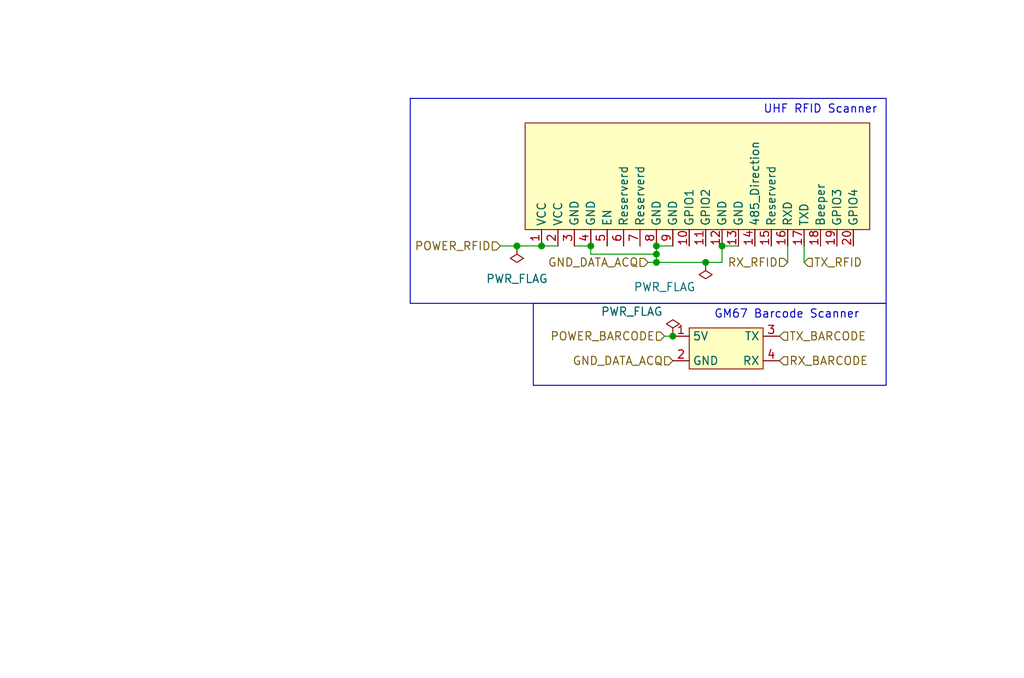
<source format=kicad_sch>
(kicad_sch (version 20230121) (generator eeschema)
  (paper "User" 158.496 105.004)
  (title_block (title "Subsistem Data Acquisition") (date "2024-03-05") (rev "2.1") (company "Institut Teknologi Bandung") (comment 1 "Bostang Palaguna") (comment 2 "Designed By:"))
  (lib_symbols
    (symbol "WMS_components:GM67_Barcode_Scanner"
      (property "Reference" "U" (at 0 5.08 0))
      (symbol "GM67_Barcode_Scanner_1_1"
        (rectangle (start -6.35 3.81) (end 5.08 -2.54) (fill (type background)))
        (pin power_in line (at -8.89 2.54 0) (length 2.54) (name "5V") (number "1"))
        (pin power_in line (at -8.89 -1.27 0) (length 2.54) (name "GND") (number "2"))
        (pin output line (at 7.62 2.54 180) (length 2.54) (name "TX") (number "3"))
        (pin input line (at 7.62 -1.27 180) (length 2.54) (name "RX") (number "4"))
      )
    )
    (symbol "WMS_components:YR903_RFID_module"
      (property "Reference" "U" (at -6.35 30.48 0))
      (symbol "YR903_RFID_module_0_1"
        (rectangle (start -7.62 29.21) (end 8.89 -24.13) (fill (type background)))
      )
      (symbol "YR903_RFID_module_1_1"
        (pin power_out line (at -10.16 26.67 0) (length 2.54) (name "VCC") (number "1"))
        (pin bidirectional line (at -10.16 3.81 0) (length 2.54) (name "GPIO1") (number "10"))
        (pin bidirectional line (at -10.16 1.27 0) (length 2.54) (name "GPIO2") (number "11"))
        (pin power_in line (at -10.16 -1.27 0) (length 2.54) (name "GND") (number "12"))
        (pin power_in line (at -10.16 -3.81 0) (length 2.54) (name "GND") (number "13"))
        (pin power_in line (at -10.16 -6.35 0) (length 2.54) (name "485_Direction") (number "14"))
        (pin bidirectional line (at -10.16 -8.89 0) (length 2.54) (name "Reserverd") (number "15"))
        (pin bidirectional line (at -10.16 -11.43 0) (length 2.54) (name "RXD") (number "16"))
        (pin bidirectional line (at -10.16 -13.97 0) (length 2.54) (name "TXD") (number "17"))
        (pin bidirectional line (at -10.16 -16.51 0) (length 2.54) (name "Beeper") (number "18"))
        (pin bidirectional line (at -10.16 -19.05 0) (length 2.54) (name "GPIO3") (number "19"))
        (pin power_out line (at -10.16 24.13 0) (length 2.54) (name "VCC") (number "2"))
        (pin bidirectional line (at -10.16 -21.59 0) (length 2.54) (name "GPIO4") (number "20"))
        (pin power_in line (at -10.16 21.59 0) (length 2.54) (name "GND") (number "3"))
        (pin power_in line (at -10.16 19.05 0) (length 2.54) (name "GND") (number "4"))
        (pin bidirectional line (at -10.16 16.51 0) (length 2.54) (name "EN") (number "5"))
        (pin bidirectional line (at -10.16 13.97 0) (length 2.54) (name "Reserverd") (number "6"))
        (pin bidirectional line (at -10.16 11.43 0) (length 2.54) (name "Reserverd") (number "7"))
        (pin power_in line (at -10.16 8.89 0) (length 2.54) (name "GND") (number "8"))
        (pin power_in line (at -10.16 6.35 0) (length 2.54) (name "GND") (number "9"))
      )
    )
    (symbol "power:PWR_FLAG" (power) (pin_numbers hide) (pin_names (offset 0) hide)
      (property "Value" "PWR_FLAG" (at 0 3.81 0))
      (symbol "PWR_FLAG_0_0"
        (pin power_out line (at 0 0 90) (length 0) (name "pwr") (number "1"))
      )
      (symbol "PWR_FLAG_0_1"
        (polyline (pts (xy 0 0) (xy 0 1.27) (xy -1.016 1.905) (xy 0 2.54) (xy 1.016 1.905) (xy 0 1.27)))
      )
    )
  )
  (junction (at 91.44 38.1))
  (junction (at 104.14 52.07))
  (junction (at 111.76 38.1))
  (junction (at 101.6 40.64))
  (junction (at 80.01 38.1))
  (junction (at 83.82 38.1))
  (junction (at 109.22 40.64))
  (junction (at 101.6 38.1))
  (junction (at 101.6 39.37))
  (wire (pts (xy 111.76 38.1) (xy 111.76 40.64)))
  (wire (pts (xy 83.82 38.1) (xy 80.01 38.1)))
  (wire (pts (xy 121.92 40.64) (xy 121.92 38.1)))
  (wire (pts (xy 91.44 39.37) (xy 101.6 39.37)))
  (wire (pts (xy 88.9 38.1) (xy 91.44 38.1)))
  (wire (pts (xy 101.6 38.1) (xy 101.6 39.37)))
  (wire (pts (xy 102.87 52.07) (xy 104.14 52.07)))
  (wire (pts (xy 124.46 40.64) (xy 124.46 38.1)))
  (wire (pts (xy 109.22 40.64) (xy 111.76 40.64)))
  (wire (pts (xy 80.01 38.1) (xy 77.47 38.1)))
  (wire (pts (xy 100.33 40.64) (xy 101.6 40.64)))
  (wire (pts (xy 114.3 38.1) (xy 111.76 38.1)))
  (wire (pts (xy 91.44 38.1) (xy 91.44 39.37)))
  (wire (pts (xy 101.6 39.37) (xy 101.6 40.64)))
  (wire (pts (xy 101.6 38.1) (xy 104.14 38.1)))
  (wire (pts (xy 101.6 40.64) (xy 109.22 40.64)))
  (wire (pts (xy 86.36 38.1) (xy 83.82 38.1)))
  (rectangle (start 63.5 15.24) (end 137.16 46.99))
  (rectangle (start 82.55 46.99) (end 137.16 59.69))
  (text "UHF RFID Scanner" (at 118.11 17.78 0) (effects (font (size 1.27 1.27)) (justify left bottom)))
  (text "GM67 Barcode Scanner" (at 110.49 49.53 0) (effects (font (size 1.27 1.27)) (justify left bottom)))
  (hierarchical_label "TX_BARCODE" (shape input) (at 120.65 52.07 0))
  (hierarchical_label "RX_BARCODE" (shape input) (at 120.65 55.88 0))
  (hierarchical_label "GND_DATA_ACQ" (shape input) (at 104.14 55.88 180))
  (hierarchical_label "POWER_RFID" (shape input) (at 77.47 38.1 180))
  (hierarchical_label "GND_DATA_ACQ" (shape input) (at 100.33 40.64 180))
  (hierarchical_label "RX_RFID" (shape input) (at 121.92 40.64 180))
  (hierarchical_label "TX_RFID" (shape input) (at 124.46 40.64 0))
  (hierarchical_label "POWER_BARCODE" (shape input) (at 102.87 52.07 180))
  (symbol (lib_id "WMS_components:GM67_Barcode_Scanner") (at 113.03 54.61 0) (unit 1)
    (property "Reference" "U4" (effects hide))
    (property "Footprint" "WMS_components:GM67_Barcode_Scanner" (effects hide))
  )
  (symbol (lib_id "power:PWR_FLAG") (at 109.22 40.64 180) (unit 1)
    (property "Reference" "#FLG07" (effects hide))
    (property "Value" "PWR_FLAG" (at 102.87 44.45 0))
  )
  (symbol (lib_id "WMS_components:YR903_RFID_module") (at 110.49 27.94 90) (unit 1)
    (property "Reference" "U1" (effects hide))
    (property "Footprint" "WMS_components:YR903_RFID_Scanner_FPC" (effects hide))
  )
  (symbol (lib_id "power:PWR_FLAG") (at 104.14 52.07 0) (unit 1)
    (property "Reference" "#FLG03" (effects hide))
    (property "Value" "PWR_FLAG" (at 97.79 48.26 0))
  )
  (symbol (lib_id "power:PWR_FLAG") (at 80.01 38.1 180) (unit 1)
    (property "Reference" "#FLG04" (effects hide))
    (property "Value" "PWR_FLAG" (at 80.01 43.18 0))
  )
)
</source>
